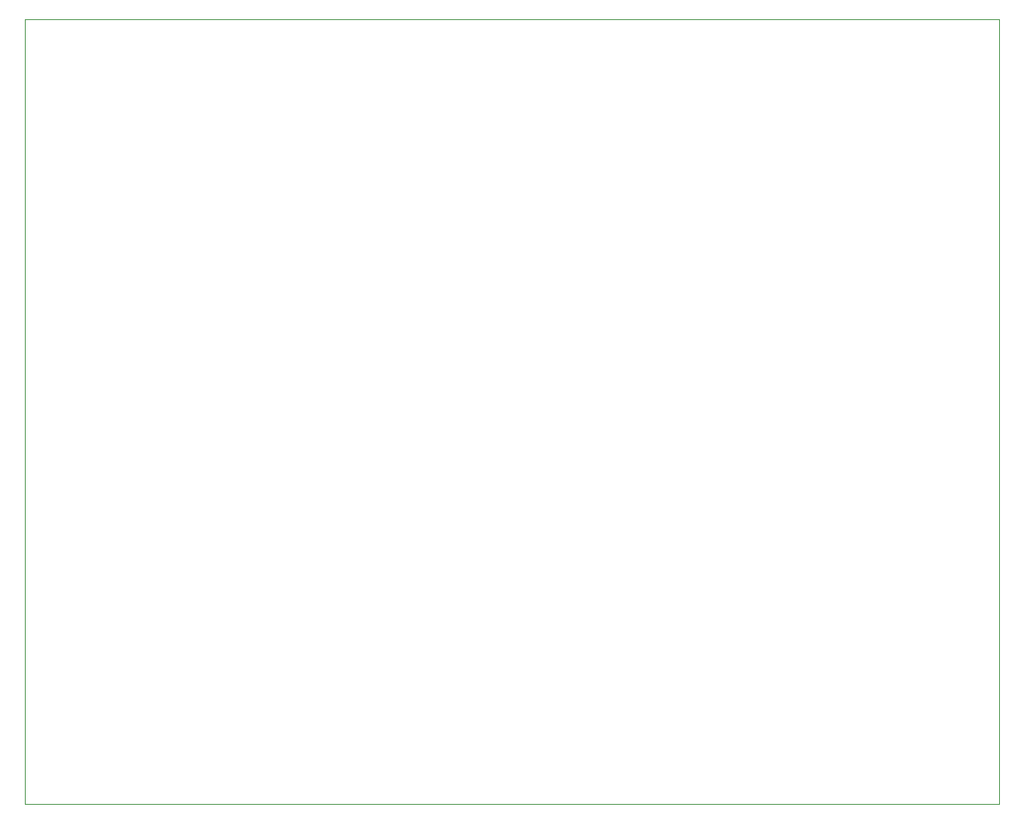
<source format=gbr>
%TF.GenerationSoftware,KiCad,Pcbnew,8.0.5*%
%TF.CreationDate,2025-03-07T14:34:27+01:00*%
%TF.ProjectId,eeg_4-channel_final,6565675f-342d-4636-9861-6e6e656c5f66,rev?*%
%TF.SameCoordinates,Original*%
%TF.FileFunction,Profile,NP*%
%FSLAX46Y46*%
G04 Gerber Fmt 4.6, Leading zero omitted, Abs format (unit mm)*
G04 Created by KiCad (PCBNEW 8.0.5) date 2025-03-07 14:34:27*
%MOMM*%
%LPD*%
G01*
G04 APERTURE LIST*
%TA.AperFunction,Profile*%
%ADD10C,0.100000*%
%TD*%
G04 APERTURE END LIST*
D10*
X18050000Y-16100000D02*
X120850000Y-16100000D01*
X120850000Y-98940000D01*
X18050000Y-98940000D01*
X18050000Y-16100000D01*
M02*

</source>
